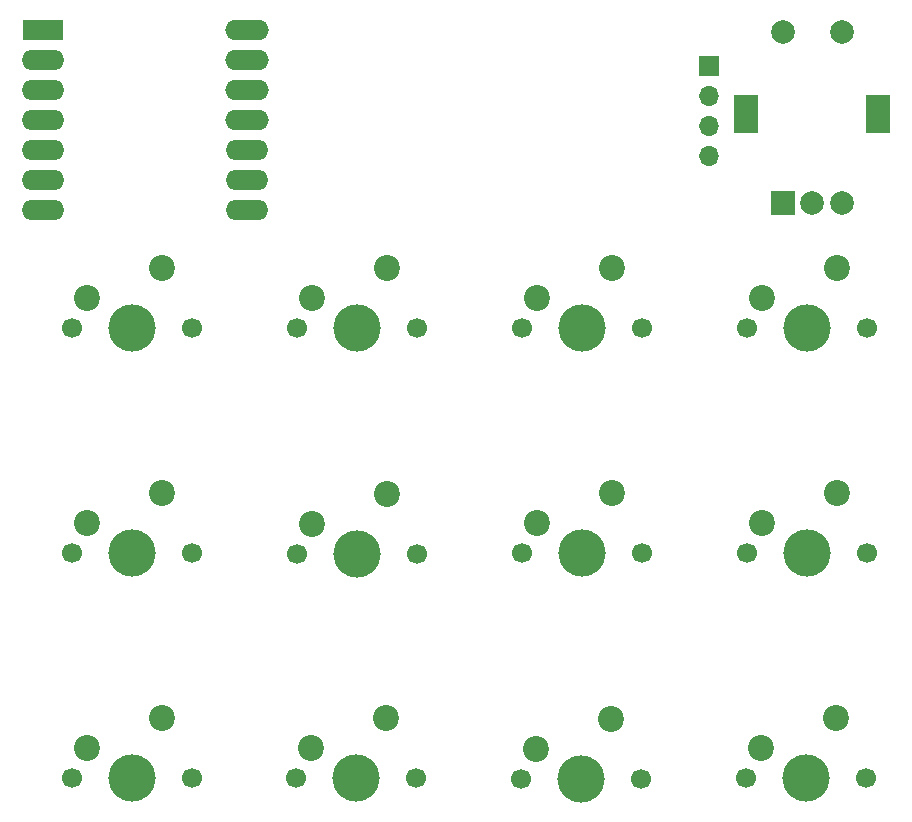
<source format=gbr>
%TF.GenerationSoftware,KiCad,Pcbnew,9.0.7*%
%TF.CreationDate,2026-02-22T16:46:50+05:30*%
%TF.ProjectId,Project,50726f6a-6563-4742-9e6b-696361645f70,rev?*%
%TF.SameCoordinates,Original*%
%TF.FileFunction,Soldermask,Bot*%
%TF.FilePolarity,Negative*%
%FSLAX46Y46*%
G04 Gerber Fmt 4.6, Leading zero omitted, Abs format (unit mm)*
G04 Created by KiCad (PCBNEW 9.0.7) date 2026-02-22 16:46:50*
%MOMM*%
%LPD*%
G01*
G04 APERTURE LIST*
%ADD10C,1.700000*%
%ADD11C,4.000000*%
%ADD12C,2.200000*%
%ADD13R,1.700000X1.700000*%
%ADD14O,1.700000X1.700000*%
%ADD15R,3.500000X1.700000*%
%ADD16O,3.600000X1.700000*%
%ADD17O,3.700000X1.700000*%
%ADD18R,2.000000X2.000000*%
%ADD19C,2.000000*%
%ADD20R,2.000000X3.200000*%
G04 APERTURE END LIST*
D10*
%TO.C,SW5*%
X127840000Y-83940000D03*
D11*
X132920000Y-83940000D03*
D10*
X138000000Y-83940000D03*
D12*
X135460000Y-78860000D03*
X129110000Y-81400000D03*
%TD*%
D10*
%TO.C,SW2*%
X108821412Y-83903638D03*
D11*
X113901412Y-83903638D03*
D10*
X118981412Y-83903638D03*
D12*
X116441412Y-78823638D03*
X110091412Y-81363638D03*
%TD*%
D10*
%TO.C,SW9*%
X146878770Y-103001230D03*
D11*
X151958770Y-103001230D03*
D10*
X157038770Y-103001230D03*
D12*
X154498770Y-97921230D03*
X148148770Y-100461230D03*
%TD*%
D10*
%TO.C,SW10*%
X165982737Y-64838559D03*
D11*
X171062737Y-64838559D03*
D10*
X176142737Y-64838559D03*
D12*
X173602737Y-59758559D03*
X167252737Y-62298559D03*
%TD*%
D10*
%TO.C,SW3*%
X108818861Y-102963487D03*
D11*
X113898861Y-102963487D03*
D10*
X118978861Y-102963487D03*
D12*
X116438861Y-97883487D03*
X110088861Y-100423487D03*
%TD*%
D13*
%TO.C,J1*%
X162745000Y-42665000D03*
D14*
X162745000Y-45205000D03*
X162745000Y-47745000D03*
X162745000Y-50285000D03*
%TD*%
D10*
%TO.C,SW8*%
X146934033Y-83912144D03*
D11*
X152014033Y-83912144D03*
D10*
X157094033Y-83912144D03*
D12*
X154554033Y-78832144D03*
X148204033Y-81372144D03*
%TD*%
D10*
%TO.C,SW4*%
X127901541Y-64858357D03*
D11*
X132981541Y-64858357D03*
D10*
X138061541Y-64858357D03*
D12*
X135521541Y-59778357D03*
X129171541Y-62318357D03*
%TD*%
D10*
%TO.C,SW12*%
X165912616Y-102964537D03*
D11*
X170992616Y-102964537D03*
D10*
X176072616Y-102964537D03*
D12*
X173532616Y-97884537D03*
X167182616Y-100424537D03*
%TD*%
D15*
%TO.C,U1*%
X106370000Y-39580000D03*
D16*
X106370000Y-42120000D03*
X106370000Y-44660000D03*
X106370000Y-47200000D03*
X106370000Y-49740000D03*
X106370000Y-52280000D03*
X106370000Y-54820000D03*
X123620000Y-54820000D03*
X123620000Y-52280000D03*
X123620000Y-49740000D03*
D17*
X123620000Y-47200000D03*
X123620000Y-44660000D03*
X123620000Y-42120000D03*
X123620000Y-39580000D03*
%TD*%
D18*
%TO.C,SW13*%
X169000000Y-54250000D03*
D19*
X174000000Y-54250000D03*
X171500000Y-54250000D03*
D20*
X165900000Y-46750000D03*
X177100000Y-46750000D03*
D19*
X174000000Y-39750000D03*
X169000000Y-39750000D03*
%TD*%
D10*
%TO.C,SW11*%
X165997431Y-83874908D03*
D11*
X171077431Y-83874908D03*
D10*
X176157431Y-83874908D03*
D12*
X173617431Y-78794908D03*
X167267431Y-81334908D03*
%TD*%
D10*
%TO.C,SW7*%
X146940000Y-64840000D03*
D11*
X152020000Y-64840000D03*
D10*
X157100000Y-64840000D03*
D12*
X154560000Y-59760000D03*
X148210000Y-62300000D03*
%TD*%
D10*
%TO.C,SW6*%
X127830000Y-102930000D03*
D11*
X132910000Y-102930000D03*
D10*
X137990000Y-102930000D03*
D12*
X135450000Y-97850000D03*
X129100000Y-100390000D03*
%TD*%
D10*
%TO.C,SW1*%
X108840000Y-64860000D03*
D11*
X113920000Y-64860000D03*
D10*
X119000000Y-64860000D03*
D12*
X116460000Y-59780000D03*
X110110000Y-62320000D03*
%TD*%
M02*

</source>
